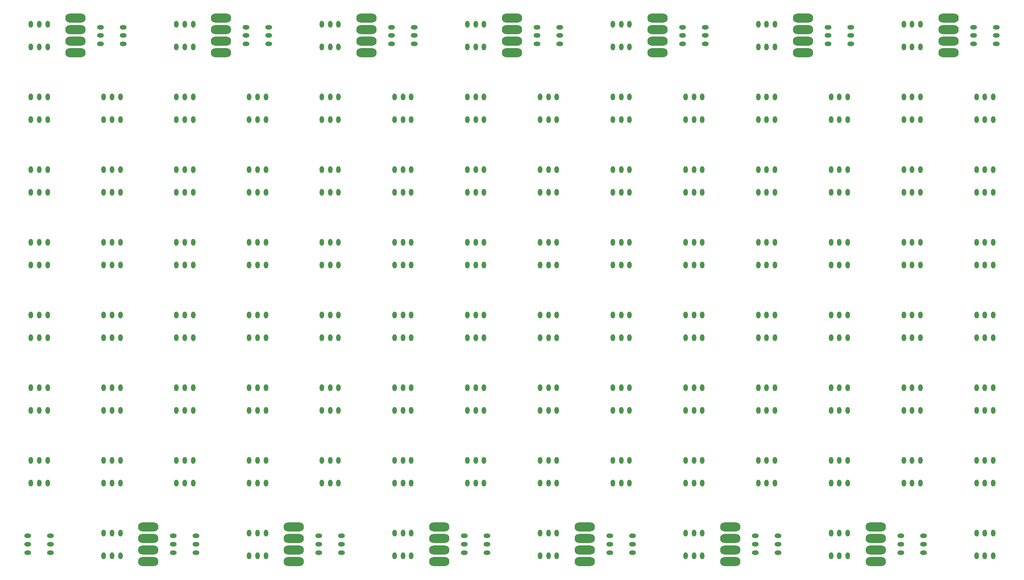
<source format=gtp>
G04 DipTrace 2.4.0.2*
%IN112xAPA102Cx8x14.gtp*%
%MOMM*%
%ADD19O,1.5X1.0*%
%ADD21O,1.0X1.5*%
%ADD22O,4.5X2.0*%
%FSLAX53Y53*%
G04*
G71*
G90*
G75*
G01*
%LNTopPaste*%
%LPD*%
D19*
X15500Y19850D3*
Y18000D3*
Y16150D3*
X20500D3*
Y18000D3*
Y19850D3*
D21*
X16150Y31500D3*
X18000D3*
X19850D3*
Y36500D3*
X18000D3*
X16150D3*
Y47500D3*
X18000D3*
X19850D3*
Y52500D3*
X18000D3*
X16150D3*
Y63500D3*
X18000D3*
X19850D3*
Y68500D3*
X18000D3*
X16150D3*
Y79500D3*
X18000D3*
X19850D3*
Y84500D3*
X18000D3*
X16150D3*
Y95500D3*
X18000D3*
X19850D3*
Y100500D3*
X18000D3*
X16150D3*
Y111500D3*
X18000D3*
X19850D3*
Y116500D3*
X18000D3*
X16150D3*
Y127500D3*
X18000D3*
X19850D3*
Y132500D3*
X18000D3*
X16150D3*
D19*
X31500Y131850D3*
Y130000D3*
Y128150D3*
X36500D3*
Y130000D3*
Y131850D3*
D22*
X26000Y128730D3*
Y126190D3*
Y131270D3*
Y133810D3*
D21*
X35850Y116500D3*
X34000D3*
X32150D3*
Y111500D3*
X34000D3*
X35850D3*
Y100500D3*
X34000D3*
X32150D3*
Y95500D3*
X34000D3*
X35850D3*
Y84500D3*
X34000D3*
X32150D3*
Y79500D3*
X34000D3*
X35850D3*
Y68500D3*
X34000D3*
X32150D3*
Y63500D3*
X34000D3*
X35850D3*
Y52500D3*
X34000D3*
X32150D3*
Y47500D3*
X34000D3*
X35850D3*
Y36500D3*
X34000D3*
X32150D3*
Y31500D3*
X34000D3*
X35850D3*
Y20500D3*
X34000D3*
X32150D3*
Y15500D3*
X34000D3*
X35850D3*
D19*
X47500Y19850D3*
Y18000D3*
Y16150D3*
X52500D3*
Y18000D3*
Y19850D3*
D22*
X42000Y16730D3*
Y14190D3*
Y19270D3*
Y21810D3*
D21*
X48150Y31500D3*
X50000D3*
X51850D3*
Y36500D3*
X50000D3*
X48150D3*
Y47500D3*
X50000D3*
X51850D3*
Y52500D3*
X50000D3*
X48150D3*
Y63500D3*
X50000D3*
X51850D3*
Y68500D3*
X50000D3*
X48150D3*
Y79500D3*
X50000D3*
X51850D3*
Y84500D3*
X50000D3*
X48150D3*
Y95500D3*
X50000D3*
X51850D3*
Y100500D3*
X50000D3*
X48150D3*
Y111500D3*
X50000D3*
X51850D3*
Y116500D3*
X50000D3*
X48150D3*
Y127500D3*
X50000D3*
X51850D3*
Y132500D3*
X50000D3*
X48150D3*
D19*
X63500Y131850D3*
Y130000D3*
Y128150D3*
X68500D3*
Y130000D3*
Y131850D3*
D22*
X58000Y128730D3*
Y126190D3*
Y131270D3*
Y133810D3*
D21*
X67850Y116500D3*
X66000D3*
X64150D3*
Y111500D3*
X66000D3*
X67850D3*
Y100500D3*
X66000D3*
X64150D3*
Y95500D3*
X66000D3*
X67850D3*
Y84500D3*
X66000D3*
X64150D3*
Y79500D3*
X66000D3*
X67850D3*
Y68500D3*
X66000D3*
X64150D3*
Y63500D3*
X66000D3*
X67850D3*
Y52500D3*
X66000D3*
X64150D3*
Y47500D3*
X66000D3*
X67850D3*
Y36500D3*
X66000D3*
X64150D3*
Y31500D3*
X66000D3*
X67850D3*
Y20500D3*
X66000D3*
X64150D3*
Y15500D3*
X66000D3*
X67850D3*
D19*
X79500Y19850D3*
Y18000D3*
Y16150D3*
X84500D3*
Y18000D3*
Y19850D3*
D22*
X74000Y16730D3*
Y14190D3*
Y19270D3*
Y21810D3*
D21*
X80150Y31500D3*
X82000D3*
X83850D3*
Y36500D3*
X82000D3*
X80150D3*
Y47500D3*
X82000D3*
X83850D3*
Y52500D3*
X82000D3*
X80150D3*
Y63500D3*
X82000D3*
X83850D3*
Y68500D3*
X82000D3*
X80150D3*
Y79500D3*
X82000D3*
X83850D3*
Y84500D3*
X82000D3*
X80150D3*
Y95500D3*
X82000D3*
X83850D3*
Y100500D3*
X82000D3*
X80150D3*
Y111500D3*
X82000D3*
X83850D3*
Y116500D3*
X82000D3*
X80150D3*
Y127500D3*
X82000D3*
X83850D3*
Y132500D3*
X82000D3*
X80150D3*
D19*
X95500Y131850D3*
Y130000D3*
Y128150D3*
X100500D3*
Y130000D3*
Y131850D3*
D22*
X90000Y128730D3*
Y126190D3*
Y131270D3*
Y133810D3*
D21*
X99850Y116500D3*
X98000D3*
X96150D3*
Y111500D3*
X98000D3*
X99850D3*
Y100500D3*
X98000D3*
X96150D3*
Y95500D3*
X98000D3*
X99850D3*
Y84500D3*
X98000D3*
X96150D3*
Y79500D3*
X98000D3*
X99850D3*
Y68500D3*
X98000D3*
X96150D3*
Y63500D3*
X98000D3*
X99850D3*
Y52500D3*
X98000D3*
X96150D3*
Y47500D3*
X98000D3*
X99850D3*
Y36500D3*
X98000D3*
X96150D3*
Y31500D3*
X98000D3*
X99850D3*
Y20500D3*
X98000D3*
X96150D3*
Y15500D3*
X98000D3*
X99850D3*
D19*
X111500Y19850D3*
Y18000D3*
Y16150D3*
X116500D3*
Y18000D3*
Y19850D3*
D22*
X106000Y16730D3*
Y14190D3*
Y19270D3*
Y21810D3*
D21*
X112150Y31500D3*
X114000D3*
X115850D3*
Y36500D3*
X114000D3*
X112150D3*
Y47500D3*
X114000D3*
X115850D3*
Y52500D3*
X114000D3*
X112150D3*
Y63500D3*
X114000D3*
X115850D3*
Y68500D3*
X114000D3*
X112150D3*
Y79500D3*
X114000D3*
X115850D3*
Y84500D3*
X114000D3*
X112150D3*
Y95500D3*
X114000D3*
X115850D3*
Y100500D3*
X114000D3*
X112150D3*
Y111500D3*
X114000D3*
X115850D3*
Y116500D3*
X114000D3*
X112150D3*
Y127500D3*
X114000D3*
X115850D3*
Y132500D3*
X114000D3*
X112150D3*
D19*
X127500Y131850D3*
Y130000D3*
Y128150D3*
X132500D3*
Y130000D3*
Y131850D3*
D22*
X122000Y128730D3*
Y126190D3*
Y131270D3*
Y133810D3*
D21*
X131850Y116500D3*
X130000D3*
X128150D3*
Y111500D3*
X130000D3*
X131850D3*
Y100500D3*
X130000D3*
X128150D3*
Y95500D3*
X130000D3*
X131850D3*
Y84500D3*
X130000D3*
X128150D3*
Y79500D3*
X130000D3*
X131850D3*
Y68500D3*
X130000D3*
X128150D3*
Y63500D3*
X130000D3*
X131850D3*
Y52500D3*
X130000D3*
X128150D3*
Y47500D3*
X130000D3*
X131850D3*
Y36500D3*
X130000D3*
X128150D3*
Y31500D3*
X130000D3*
X131850D3*
Y20500D3*
X130000D3*
X128150D3*
Y15500D3*
X130000D3*
X131850D3*
D19*
X143500Y19850D3*
Y18000D3*
Y16150D3*
X148500D3*
Y18000D3*
Y19850D3*
D22*
X138000Y16730D3*
Y14190D3*
Y19270D3*
Y21810D3*
D21*
X144150Y31500D3*
X146000D3*
X147850D3*
Y36500D3*
X146000D3*
X144150D3*
Y47500D3*
X146000D3*
X147850D3*
Y52500D3*
X146000D3*
X144150D3*
Y63500D3*
X146000D3*
X147850D3*
Y68500D3*
X146000D3*
X144150D3*
Y79500D3*
X146000D3*
X147850D3*
Y84500D3*
X146000D3*
X144150D3*
Y95500D3*
X146000D3*
X147850D3*
Y100500D3*
X146000D3*
X144150D3*
Y111500D3*
X146000D3*
X147850D3*
Y116500D3*
X146000D3*
X144150D3*
Y127500D3*
X146000D3*
X147850D3*
Y132500D3*
X146000D3*
X144150D3*
D19*
X159500Y131850D3*
Y130000D3*
Y128150D3*
X164500D3*
Y130000D3*
Y131850D3*
D22*
X154000Y128730D3*
Y126190D3*
Y131270D3*
Y133810D3*
D21*
X163850Y116500D3*
X162000D3*
X160150D3*
Y111500D3*
X162000D3*
X163850D3*
Y100500D3*
X162000D3*
X160150D3*
Y95500D3*
X162000D3*
X163850D3*
Y84500D3*
X162000D3*
X160150D3*
Y79500D3*
X162000D3*
X163850D3*
Y68500D3*
X162000D3*
X160150D3*
Y63500D3*
X162000D3*
X163850D3*
Y52500D3*
X162000D3*
X160150D3*
Y47500D3*
X162000D3*
X163850D3*
Y36500D3*
X162000D3*
X160150D3*
Y31500D3*
X162000D3*
X163850D3*
Y20500D3*
X162000D3*
X160150D3*
Y15500D3*
X162000D3*
X163850D3*
D19*
X175500Y19850D3*
Y18000D3*
Y16150D3*
X180500D3*
Y18000D3*
Y19850D3*
D22*
X170000Y16730D3*
Y14190D3*
Y19270D3*
Y21810D3*
D21*
X176150Y31500D3*
X178000D3*
X179850D3*
Y36500D3*
X178000D3*
X176150D3*
Y47500D3*
X178000D3*
X179850D3*
Y52500D3*
X178000D3*
X176150D3*
Y63500D3*
X178000D3*
X179850D3*
Y68500D3*
X178000D3*
X176150D3*
Y79500D3*
X178000D3*
X179850D3*
Y84500D3*
X178000D3*
X176150D3*
Y95500D3*
X178000D3*
X179850D3*
Y100500D3*
X178000D3*
X176150D3*
Y111500D3*
X178000D3*
X179850D3*
Y116500D3*
X178000D3*
X176150D3*
Y127500D3*
X178000D3*
X179850D3*
Y132500D3*
X178000D3*
X176150D3*
D19*
X191500Y131850D3*
Y130000D3*
Y128150D3*
X196500D3*
Y130000D3*
Y131850D3*
D22*
X186000Y128730D3*
Y126190D3*
Y131270D3*
Y133810D3*
D21*
X195850Y116500D3*
X194000D3*
X192150D3*
Y111500D3*
X194000D3*
X195850D3*
Y100500D3*
X194000D3*
X192150D3*
Y95500D3*
X194000D3*
X195850D3*
Y84500D3*
X194000D3*
X192150D3*
Y79500D3*
X194000D3*
X195850D3*
Y68500D3*
X194000D3*
X192150D3*
Y63500D3*
X194000D3*
X195850D3*
Y52500D3*
X194000D3*
X192150D3*
Y47500D3*
X194000D3*
X195850D3*
Y36500D3*
X194000D3*
X192150D3*
Y31500D3*
X194000D3*
X195850D3*
Y20500D3*
X194000D3*
X192150D3*
Y15500D3*
X194000D3*
X195850D3*
D19*
X207500Y19850D3*
Y18000D3*
Y16150D3*
X212500D3*
Y18000D3*
Y19850D3*
D22*
X202000Y16730D3*
Y14190D3*
Y19270D3*
Y21810D3*
D21*
X208150Y31500D3*
X210000D3*
X211850D3*
Y36500D3*
X210000D3*
X208150D3*
Y47500D3*
X210000D3*
X211850D3*
Y52500D3*
X210000D3*
X208150D3*
Y63500D3*
X210000D3*
X211850D3*
Y68500D3*
X210000D3*
X208150D3*
Y79500D3*
X210000D3*
X211850D3*
Y84500D3*
X210000D3*
X208150D3*
Y95500D3*
X210000D3*
X211850D3*
Y100500D3*
X210000D3*
X208150D3*
Y111500D3*
X210000D3*
X211850D3*
Y116500D3*
X210000D3*
X208150D3*
Y127500D3*
X210000D3*
X211850D3*
Y132500D3*
X210000D3*
X208150D3*
D19*
X223500Y131850D3*
Y130000D3*
Y128150D3*
X228500D3*
Y130000D3*
Y131850D3*
D22*
X218000Y128730D3*
Y126190D3*
Y131270D3*
Y133810D3*
D21*
X227850Y116500D3*
X226000D3*
X224150D3*
Y111500D3*
X226000D3*
X227850D3*
Y100500D3*
X226000D3*
X224150D3*
Y95500D3*
X226000D3*
X227850D3*
Y84500D3*
X226000D3*
X224150D3*
Y79500D3*
X226000D3*
X227850D3*
Y68500D3*
X226000D3*
X224150D3*
Y63500D3*
X226000D3*
X227850D3*
Y52500D3*
X226000D3*
X224150D3*
Y47500D3*
X226000D3*
X227850D3*
Y36500D3*
X226000D3*
X224150D3*
Y31500D3*
X226000D3*
X227850D3*
Y20500D3*
X226000D3*
X224150D3*
Y15500D3*
X226000D3*
X227850D3*
M02*

</source>
